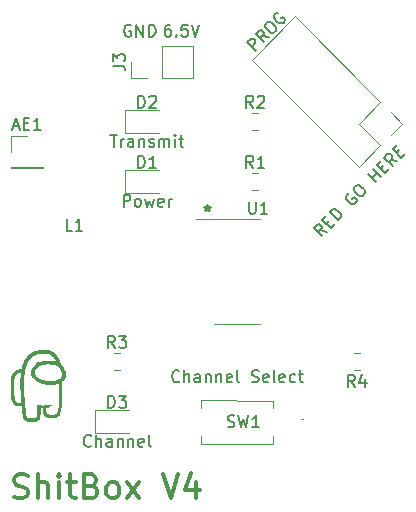
<source format=gbr>
%TF.GenerationSoftware,KiCad,Pcbnew,6.0.9-8da3e8f707~117~ubuntu22.04.1*%
%TF.CreationDate,2022-11-29T09:47:06-05:00*%
%TF.ProjectId,RFTransmitterV3,52465472-616e-4736-9d69-747465725633,rev?*%
%TF.SameCoordinates,Original*%
%TF.FileFunction,Legend,Top*%
%TF.FilePolarity,Positive*%
%FSLAX46Y46*%
G04 Gerber Fmt 4.6, Leading zero omitted, Abs format (unit mm)*
G04 Created by KiCad (PCBNEW 6.0.9-8da3e8f707~117~ubuntu22.04.1) date 2022-11-29 09:47:06*
%MOMM*%
%LPD*%
G01*
G04 APERTURE LIST*
%ADD10C,0.300000*%
%ADD11C,0.150000*%
%ADD12C,0.250000*%
%ADD13C,0.120000*%
%ADD14C,0.100000*%
G04 APERTURE END LIST*
D10*
X120836861Y-105416732D02*
X121122575Y-105511970D01*
X121598765Y-105511970D01*
X121789242Y-105416732D01*
X121884480Y-105321494D01*
X121979718Y-105131018D01*
X121979718Y-104940542D01*
X121884480Y-104750066D01*
X121789242Y-104654828D01*
X121598765Y-104559589D01*
X121217813Y-104464351D01*
X121027337Y-104369113D01*
X120932099Y-104273875D01*
X120836861Y-104083399D01*
X120836861Y-103892923D01*
X120932099Y-103702447D01*
X121027337Y-103607209D01*
X121217813Y-103511970D01*
X121694004Y-103511970D01*
X121979718Y-103607209D01*
X122836861Y-105511970D02*
X122836861Y-103511970D01*
X123694004Y-105511970D02*
X123694004Y-104464351D01*
X123598765Y-104273875D01*
X123408289Y-104178637D01*
X123122575Y-104178637D01*
X122932099Y-104273875D01*
X122836861Y-104369113D01*
X124646385Y-105511970D02*
X124646385Y-104178637D01*
X124646385Y-103511970D02*
X124551146Y-103607209D01*
X124646385Y-103702447D01*
X124741623Y-103607209D01*
X124646385Y-103511970D01*
X124646385Y-103702447D01*
X125313051Y-104178637D02*
X126074956Y-104178637D01*
X125598765Y-103511970D02*
X125598765Y-105226256D01*
X125694004Y-105416732D01*
X125884480Y-105511970D01*
X126074956Y-105511970D01*
X127408289Y-104464351D02*
X127694004Y-104559589D01*
X127789242Y-104654828D01*
X127884480Y-104845304D01*
X127884480Y-105131018D01*
X127789242Y-105321494D01*
X127694004Y-105416732D01*
X127503527Y-105511970D01*
X126741623Y-105511970D01*
X126741623Y-103511970D01*
X127408289Y-103511970D01*
X127598765Y-103607209D01*
X127694004Y-103702447D01*
X127789242Y-103892923D01*
X127789242Y-104083399D01*
X127694004Y-104273875D01*
X127598765Y-104369113D01*
X127408289Y-104464351D01*
X126741623Y-104464351D01*
X129027337Y-105511970D02*
X128836861Y-105416732D01*
X128741623Y-105321494D01*
X128646385Y-105131018D01*
X128646385Y-104559589D01*
X128741623Y-104369113D01*
X128836861Y-104273875D01*
X129027337Y-104178637D01*
X129313051Y-104178637D01*
X129503527Y-104273875D01*
X129598765Y-104369113D01*
X129694004Y-104559589D01*
X129694004Y-105131018D01*
X129598765Y-105321494D01*
X129503527Y-105416732D01*
X129313051Y-105511970D01*
X129027337Y-105511970D01*
X130360670Y-105511970D02*
X131408289Y-104178637D01*
X130360670Y-104178637D02*
X131408289Y-105511970D01*
X133408289Y-103511970D02*
X134074956Y-105511970D01*
X134741623Y-103511970D01*
X136265432Y-104178637D02*
X136265432Y-105511970D01*
X135789242Y-103416732D02*
X135313051Y-104845304D01*
X136551146Y-104845304D01*
D11*
X134819047Y-95607142D02*
X134771428Y-95654761D01*
X134628571Y-95702380D01*
X134533333Y-95702380D01*
X134390476Y-95654761D01*
X134295238Y-95559523D01*
X134247619Y-95464285D01*
X134200000Y-95273809D01*
X134200000Y-95130952D01*
X134247619Y-94940476D01*
X134295238Y-94845238D01*
X134390476Y-94750000D01*
X134533333Y-94702380D01*
X134628571Y-94702380D01*
X134771428Y-94750000D01*
X134819047Y-94797619D01*
X135247619Y-95702380D02*
X135247619Y-94702380D01*
X135676190Y-95702380D02*
X135676190Y-95178571D01*
X135628571Y-95083333D01*
X135533333Y-95035714D01*
X135390476Y-95035714D01*
X135295238Y-95083333D01*
X135247619Y-95130952D01*
X136580952Y-95702380D02*
X136580952Y-95178571D01*
X136533333Y-95083333D01*
X136438095Y-95035714D01*
X136247619Y-95035714D01*
X136152380Y-95083333D01*
X136580952Y-95654761D02*
X136485714Y-95702380D01*
X136247619Y-95702380D01*
X136152380Y-95654761D01*
X136104761Y-95559523D01*
X136104761Y-95464285D01*
X136152380Y-95369047D01*
X136247619Y-95321428D01*
X136485714Y-95321428D01*
X136580952Y-95273809D01*
X137057142Y-95035714D02*
X137057142Y-95702380D01*
X137057142Y-95130952D02*
X137104761Y-95083333D01*
X137200000Y-95035714D01*
X137342857Y-95035714D01*
X137438095Y-95083333D01*
X137485714Y-95178571D01*
X137485714Y-95702380D01*
X137961904Y-95035714D02*
X137961904Y-95702380D01*
X137961904Y-95130952D02*
X138009523Y-95083333D01*
X138104761Y-95035714D01*
X138247619Y-95035714D01*
X138342857Y-95083333D01*
X138390476Y-95178571D01*
X138390476Y-95702380D01*
X139247619Y-95654761D02*
X139152380Y-95702380D01*
X138961904Y-95702380D01*
X138866666Y-95654761D01*
X138819047Y-95559523D01*
X138819047Y-95178571D01*
X138866666Y-95083333D01*
X138961904Y-95035714D01*
X139152380Y-95035714D01*
X139247619Y-95083333D01*
X139295238Y-95178571D01*
X139295238Y-95273809D01*
X138819047Y-95369047D01*
X139866666Y-95702380D02*
X139771428Y-95654761D01*
X139723809Y-95559523D01*
X139723809Y-94702380D01*
X140961904Y-95654761D02*
X141104761Y-95702380D01*
X141342857Y-95702380D01*
X141438095Y-95654761D01*
X141485714Y-95607142D01*
X141533333Y-95511904D01*
X141533333Y-95416666D01*
X141485714Y-95321428D01*
X141438095Y-95273809D01*
X141342857Y-95226190D01*
X141152380Y-95178571D01*
X141057142Y-95130952D01*
X141009523Y-95083333D01*
X140961904Y-94988095D01*
X140961904Y-94892857D01*
X141009523Y-94797619D01*
X141057142Y-94750000D01*
X141152380Y-94702380D01*
X141390476Y-94702380D01*
X141533333Y-94750000D01*
X142342857Y-95654761D02*
X142247619Y-95702380D01*
X142057142Y-95702380D01*
X141961904Y-95654761D01*
X141914285Y-95559523D01*
X141914285Y-95178571D01*
X141961904Y-95083333D01*
X142057142Y-95035714D01*
X142247619Y-95035714D01*
X142342857Y-95083333D01*
X142390476Y-95178571D01*
X142390476Y-95273809D01*
X141914285Y-95369047D01*
X142961904Y-95702380D02*
X142866666Y-95654761D01*
X142819047Y-95559523D01*
X142819047Y-94702380D01*
X143723809Y-95654761D02*
X143628571Y-95702380D01*
X143438095Y-95702380D01*
X143342857Y-95654761D01*
X143295238Y-95559523D01*
X143295238Y-95178571D01*
X143342857Y-95083333D01*
X143438095Y-95035714D01*
X143628571Y-95035714D01*
X143723809Y-95083333D01*
X143771428Y-95178571D01*
X143771428Y-95273809D01*
X143295238Y-95369047D01*
X144628571Y-95654761D02*
X144533333Y-95702380D01*
X144342857Y-95702380D01*
X144247619Y-95654761D01*
X144200000Y-95607142D01*
X144152380Y-95511904D01*
X144152380Y-95226190D01*
X144200000Y-95130952D01*
X144247619Y-95083333D01*
X144342857Y-95035714D01*
X144533333Y-95035714D01*
X144628571Y-95083333D01*
X144914285Y-95035714D02*
X145295238Y-95035714D01*
X145057142Y-94702380D02*
X145057142Y-95559523D01*
X145104761Y-95654761D01*
X145200000Y-95702380D01*
X145295238Y-95702380D01*
X134047619Y-65439896D02*
X133857142Y-65439896D01*
X133761904Y-65487516D01*
X133714285Y-65535135D01*
X133619047Y-65677992D01*
X133571428Y-65868468D01*
X133571428Y-66249420D01*
X133619047Y-66344658D01*
X133666666Y-66392277D01*
X133761904Y-66439896D01*
X133952380Y-66439896D01*
X134047619Y-66392277D01*
X134095238Y-66344658D01*
X134142857Y-66249420D01*
X134142857Y-66011325D01*
X134095238Y-65916087D01*
X134047619Y-65868468D01*
X133952380Y-65820849D01*
X133761904Y-65820849D01*
X133666666Y-65868468D01*
X133619047Y-65916087D01*
X133571428Y-66011325D01*
X134571428Y-66344658D02*
X134619047Y-66392277D01*
X134571428Y-66439896D01*
X134523809Y-66392277D01*
X134571428Y-66344658D01*
X134571428Y-66439896D01*
X135523809Y-65439896D02*
X135047619Y-65439896D01*
X135000000Y-65916087D01*
X135047619Y-65868468D01*
X135142857Y-65820849D01*
X135380952Y-65820849D01*
X135476190Y-65868468D01*
X135523809Y-65916087D01*
X135571428Y-66011325D01*
X135571428Y-66249420D01*
X135523809Y-66344658D01*
X135476190Y-66392277D01*
X135380952Y-66439896D01*
X135142857Y-66439896D01*
X135047619Y-66392277D01*
X135000000Y-66344658D01*
X135857142Y-65439896D02*
X136190476Y-66439896D01*
X136523809Y-65439896D01*
D12*
X137160000Y-80732380D02*
X137160000Y-80970476D01*
X136921904Y-80875238D02*
X137160000Y-80970476D01*
X137398095Y-80875238D01*
X137017142Y-81160952D02*
X137160000Y-80970476D01*
X137302857Y-81160952D01*
D11*
X130718809Y-65487516D02*
X130623571Y-65439896D01*
X130480714Y-65439896D01*
X130337856Y-65487516D01*
X130242618Y-65582754D01*
X130194999Y-65677992D01*
X130147380Y-65868468D01*
X130147380Y-66011325D01*
X130194999Y-66201801D01*
X130242618Y-66297039D01*
X130337856Y-66392277D01*
X130480714Y-66439896D01*
X130575952Y-66439896D01*
X130718809Y-66392277D01*
X130766428Y-66344658D01*
X130766428Y-66011325D01*
X130575952Y-66011325D01*
X131194999Y-66439896D02*
X131194999Y-65439896D01*
X131766428Y-66439896D01*
X131766428Y-65439896D01*
X132242618Y-66439896D02*
X132242618Y-65439896D01*
X132480714Y-65439896D01*
X132623571Y-65487516D01*
X132718809Y-65582754D01*
X132766428Y-65677992D01*
X132814047Y-65868468D01*
X132814047Y-66011325D01*
X132766428Y-66201801D01*
X132718809Y-66297039D01*
X132623571Y-66392277D01*
X132480714Y-66439896D01*
X132242618Y-66439896D01*
X147325501Y-82947543D02*
X146753081Y-82846528D01*
X146921440Y-83351604D02*
X146214333Y-82644498D01*
X146483707Y-82375124D01*
X146584722Y-82341452D01*
X146652066Y-82341452D01*
X146753081Y-82375124D01*
X146854096Y-82476139D01*
X146887768Y-82577154D01*
X146887768Y-82644498D01*
X146854096Y-82745513D01*
X146584722Y-83014887D01*
X147258157Y-82274108D02*
X147493860Y-82038406D01*
X147965264Y-82307780D02*
X147628547Y-82644498D01*
X146921440Y-81937391D01*
X147258157Y-81600673D01*
X148268310Y-82004734D02*
X147561203Y-81297628D01*
X147729562Y-81129269D01*
X147864249Y-81061925D01*
X147998936Y-81061925D01*
X148099951Y-81095597D01*
X148268310Y-81196612D01*
X148369325Y-81297628D01*
X148470340Y-81465986D01*
X148504012Y-81567002D01*
X148504012Y-81701689D01*
X148436669Y-81836376D01*
X148268310Y-82004734D01*
X149211119Y-79715055D02*
X149110104Y-79748727D01*
X149009088Y-79849742D01*
X148941745Y-79984429D01*
X148941745Y-80119116D01*
X148975417Y-80220132D01*
X149076432Y-80388490D01*
X149177447Y-80489506D01*
X149345806Y-80590521D01*
X149446821Y-80624193D01*
X149581508Y-80624193D01*
X149716195Y-80556849D01*
X149783539Y-80489506D01*
X149850882Y-80354819D01*
X149850882Y-80287475D01*
X149615180Y-80051773D01*
X149480493Y-80186460D01*
X149648852Y-79209979D02*
X149783539Y-79075292D01*
X149884554Y-79041620D01*
X150019241Y-79041620D01*
X150187600Y-79142635D01*
X150423302Y-79378338D01*
X150524317Y-79546696D01*
X150524317Y-79681384D01*
X150490646Y-79782399D01*
X150355959Y-79917086D01*
X150254943Y-79950758D01*
X150120256Y-79950758D01*
X149951897Y-79849742D01*
X149716195Y-79614040D01*
X149615180Y-79445681D01*
X149615180Y-79310994D01*
X149648852Y-79209979D01*
X151500798Y-78772246D02*
X150793691Y-78065139D01*
X151130409Y-78401857D02*
X151534470Y-77997796D01*
X151904859Y-78368185D02*
X151197752Y-77661078D01*
X151871187Y-77661078D02*
X152106890Y-77425376D01*
X152578294Y-77694750D02*
X152241577Y-78031468D01*
X151534470Y-77324361D01*
X151871187Y-76987643D01*
X153285401Y-76987643D02*
X152712981Y-76886628D01*
X152881340Y-77391704D02*
X152174233Y-76684598D01*
X152443607Y-76415224D01*
X152544622Y-76381552D01*
X152611966Y-76381552D01*
X152712981Y-76415224D01*
X152813996Y-76516239D01*
X152847668Y-76617254D01*
X152847668Y-76684598D01*
X152813996Y-76785613D01*
X152544622Y-77054987D01*
X153218057Y-76314208D02*
X153453760Y-76078506D01*
X153925164Y-76347880D02*
X153588447Y-76684598D01*
X152881340Y-75977491D01*
X153218057Y-75640773D01*
%TO.C,R3*%
X129373333Y-92782380D02*
X129040000Y-92306190D01*
X128801904Y-92782380D02*
X128801904Y-91782380D01*
X129182857Y-91782380D01*
X129278095Y-91830000D01*
X129325714Y-91877619D01*
X129373333Y-91972857D01*
X129373333Y-92115714D01*
X129325714Y-92210952D01*
X129278095Y-92258571D01*
X129182857Y-92306190D01*
X128801904Y-92306190D01*
X129706666Y-91782380D02*
X130325714Y-91782380D01*
X129992380Y-92163333D01*
X130135238Y-92163333D01*
X130230476Y-92210952D01*
X130278095Y-92258571D01*
X130325714Y-92353809D01*
X130325714Y-92591904D01*
X130278095Y-92687142D01*
X130230476Y-92734761D01*
X130135238Y-92782380D01*
X129849523Y-92782380D01*
X129754285Y-92734761D01*
X129706666Y-92687142D01*
%TO.C,L1*%
X125752606Y-82871325D02*
X125276415Y-82871325D01*
X125276415Y-81871325D01*
X126609749Y-82871325D02*
X126038320Y-82871325D01*
X126324034Y-82871325D02*
X126324034Y-81871325D01*
X126228796Y-82014183D01*
X126133558Y-82109421D01*
X126038320Y-82157040D01*
%TO.C,R4*%
X149693333Y-96082380D02*
X149360000Y-95606190D01*
X149121904Y-96082380D02*
X149121904Y-95082380D01*
X149502857Y-95082380D01*
X149598095Y-95130000D01*
X149645714Y-95177619D01*
X149693333Y-95272857D01*
X149693333Y-95415714D01*
X149645714Y-95510952D01*
X149598095Y-95558571D01*
X149502857Y-95606190D01*
X149121904Y-95606190D01*
X150550476Y-95415714D02*
X150550476Y-96082380D01*
X150312380Y-95034761D02*
X150074285Y-95749047D01*
X150693333Y-95749047D01*
%TO.C,PROG*%
X141297189Y-67622572D02*
X140590083Y-66915465D01*
X140859457Y-66646091D01*
X140960472Y-66612419D01*
X141027815Y-66612419D01*
X141128831Y-66646091D01*
X141229846Y-66747106D01*
X141263518Y-66848122D01*
X141263518Y-66915465D01*
X141229846Y-67016480D01*
X140960472Y-67285854D01*
X142408357Y-66511404D02*
X141835937Y-66410389D01*
X142004296Y-66915465D02*
X141297189Y-66208358D01*
X141566563Y-65938984D01*
X141667579Y-65905312D01*
X141734922Y-65905312D01*
X141835937Y-65938984D01*
X141936953Y-66039999D01*
X141970624Y-66141015D01*
X141970624Y-66208358D01*
X141936953Y-66309374D01*
X141667579Y-66578748D01*
X142138983Y-65366564D02*
X142273670Y-65231877D01*
X142374686Y-65198206D01*
X142509373Y-65198206D01*
X142677731Y-65299221D01*
X142913434Y-65534923D01*
X143014449Y-65703282D01*
X143014449Y-65837969D01*
X142980777Y-65938984D01*
X142846090Y-66073671D01*
X142745075Y-66107343D01*
X142610388Y-66107343D01*
X142442029Y-66006328D01*
X142206327Y-65770625D01*
X142105311Y-65602267D01*
X142105311Y-65467580D01*
X142138983Y-65366564D01*
X143149136Y-64423755D02*
X143048121Y-64457427D01*
X142947105Y-64558442D01*
X142879762Y-64693129D01*
X142879762Y-64827816D01*
X142913434Y-64928832D01*
X143014449Y-65097190D01*
X143115464Y-65198206D01*
X143283823Y-65299221D01*
X143384838Y-65332893D01*
X143519525Y-65332893D01*
X143654212Y-65265549D01*
X143721556Y-65198206D01*
X143788899Y-65063519D01*
X143788899Y-64996175D01*
X143553197Y-64760473D01*
X143418510Y-64895160D01*
%TO.C,R1*%
X141073333Y-77542380D02*
X140740000Y-77066190D01*
X140501904Y-77542380D02*
X140501904Y-76542380D01*
X140882857Y-76542380D01*
X140978095Y-76590000D01*
X141025714Y-76637619D01*
X141073333Y-76732857D01*
X141073333Y-76875714D01*
X141025714Y-76970952D01*
X140978095Y-77018571D01*
X140882857Y-77066190D01*
X140501904Y-77066190D01*
X142025714Y-77542380D02*
X141454285Y-77542380D01*
X141740000Y-77542380D02*
X141740000Y-76542380D01*
X141644761Y-76685238D01*
X141549523Y-76780476D01*
X141454285Y-76828095D01*
%TO.C,SW1*%
X138916666Y-99464761D02*
X139059523Y-99512380D01*
X139297619Y-99512380D01*
X139392857Y-99464761D01*
X139440476Y-99417142D01*
X139488095Y-99321904D01*
X139488095Y-99226666D01*
X139440476Y-99131428D01*
X139392857Y-99083809D01*
X139297619Y-99036190D01*
X139107142Y-98988571D01*
X139011904Y-98940952D01*
X138964285Y-98893333D01*
X138916666Y-98798095D01*
X138916666Y-98702857D01*
X138964285Y-98607619D01*
X139011904Y-98560000D01*
X139107142Y-98512380D01*
X139345238Y-98512380D01*
X139488095Y-98560000D01*
X139821428Y-98512380D02*
X140059523Y-99512380D01*
X140250000Y-98798095D01*
X140440476Y-99512380D01*
X140678571Y-98512380D01*
X141583333Y-99512380D02*
X141011904Y-99512380D01*
X141297619Y-99512380D02*
X141297619Y-98512380D01*
X141202380Y-98655238D01*
X141107142Y-98750476D01*
X141011904Y-98798095D01*
%TO.C,D2*%
X131341904Y-72462380D02*
X131341904Y-71462380D01*
X131580000Y-71462380D01*
X131722857Y-71510000D01*
X131818095Y-71605238D01*
X131865714Y-71700476D01*
X131913333Y-71890952D01*
X131913333Y-72033809D01*
X131865714Y-72224285D01*
X131818095Y-72319523D01*
X131722857Y-72414761D01*
X131580000Y-72462380D01*
X131341904Y-72462380D01*
X132294285Y-71557619D02*
X132341904Y-71510000D01*
X132437142Y-71462380D01*
X132675238Y-71462380D01*
X132770476Y-71510000D01*
X132818095Y-71557619D01*
X132865714Y-71652857D01*
X132865714Y-71748095D01*
X132818095Y-71890952D01*
X132246666Y-72462380D01*
X132865714Y-72462380D01*
X128984761Y-74762380D02*
X129556190Y-74762380D01*
X129270476Y-75762380D02*
X129270476Y-74762380D01*
X129889523Y-75762380D02*
X129889523Y-75095714D01*
X129889523Y-75286190D02*
X129937142Y-75190952D01*
X129984761Y-75143333D01*
X130080000Y-75095714D01*
X130175238Y-75095714D01*
X130937142Y-75762380D02*
X130937142Y-75238571D01*
X130889523Y-75143333D01*
X130794285Y-75095714D01*
X130603809Y-75095714D01*
X130508571Y-75143333D01*
X130937142Y-75714761D02*
X130841904Y-75762380D01*
X130603809Y-75762380D01*
X130508571Y-75714761D01*
X130460952Y-75619523D01*
X130460952Y-75524285D01*
X130508571Y-75429047D01*
X130603809Y-75381428D01*
X130841904Y-75381428D01*
X130937142Y-75333809D01*
X131413333Y-75095714D02*
X131413333Y-75762380D01*
X131413333Y-75190952D02*
X131460952Y-75143333D01*
X131556190Y-75095714D01*
X131699047Y-75095714D01*
X131794285Y-75143333D01*
X131841904Y-75238571D01*
X131841904Y-75762380D01*
X132270476Y-75714761D02*
X132365714Y-75762380D01*
X132556190Y-75762380D01*
X132651428Y-75714761D01*
X132699047Y-75619523D01*
X132699047Y-75571904D01*
X132651428Y-75476666D01*
X132556190Y-75429047D01*
X132413333Y-75429047D01*
X132318095Y-75381428D01*
X132270476Y-75286190D01*
X132270476Y-75238571D01*
X132318095Y-75143333D01*
X132413333Y-75095714D01*
X132556190Y-75095714D01*
X132651428Y-75143333D01*
X133127619Y-75762380D02*
X133127619Y-75095714D01*
X133127619Y-75190952D02*
X133175238Y-75143333D01*
X133270476Y-75095714D01*
X133413333Y-75095714D01*
X133508571Y-75143333D01*
X133556190Y-75238571D01*
X133556190Y-75762380D01*
X133556190Y-75238571D02*
X133603809Y-75143333D01*
X133699047Y-75095714D01*
X133841904Y-75095714D01*
X133937142Y-75143333D01*
X133984761Y-75238571D01*
X133984761Y-75762380D01*
X134460952Y-75762380D02*
X134460952Y-75095714D01*
X134460952Y-74762380D02*
X134413333Y-74810000D01*
X134460952Y-74857619D01*
X134508571Y-74810000D01*
X134460952Y-74762380D01*
X134460952Y-74857619D01*
X134794285Y-75095714D02*
X135175238Y-75095714D01*
X134937142Y-74762380D02*
X134937142Y-75619523D01*
X134984761Y-75714761D01*
X135080000Y-75762380D01*
X135175238Y-75762380D01*
%TO.C,J3*%
X129202380Y-68913333D02*
X129916666Y-68913333D01*
X130059523Y-68960952D01*
X130154761Y-69056190D01*
X130202380Y-69199047D01*
X130202380Y-69294285D01*
X129202380Y-68532380D02*
X129202380Y-67913333D01*
X129583333Y-68246666D01*
X129583333Y-68103809D01*
X129630952Y-68008571D01*
X129678571Y-67960952D01*
X129773809Y-67913333D01*
X130011904Y-67913333D01*
X130107142Y-67960952D01*
X130154761Y-68008571D01*
X130202380Y-68103809D01*
X130202380Y-68389523D01*
X130154761Y-68484761D01*
X130107142Y-68532380D01*
%TO.C,U1*%
X140715976Y-80433444D02*
X140715976Y-81242968D01*
X140763595Y-81338206D01*
X140811214Y-81385825D01*
X140906452Y-81433444D01*
X141096928Y-81433444D01*
X141192166Y-81385825D01*
X141239785Y-81338206D01*
X141287404Y-81242968D01*
X141287404Y-80433444D01*
X142287404Y-81433444D02*
X141715976Y-81433444D01*
X142001690Y-81433444D02*
X142001690Y-80433444D01*
X141906452Y-80576302D01*
X141811214Y-80671540D01*
X141715976Y-80719159D01*
%TO.C,D3*%
X128801904Y-97862380D02*
X128801904Y-96862380D01*
X129040000Y-96862380D01*
X129182857Y-96910000D01*
X129278095Y-97005238D01*
X129325714Y-97100476D01*
X129373333Y-97290952D01*
X129373333Y-97433809D01*
X129325714Y-97624285D01*
X129278095Y-97719523D01*
X129182857Y-97814761D01*
X129040000Y-97862380D01*
X128801904Y-97862380D01*
X129706666Y-96862380D02*
X130325714Y-96862380D01*
X129992380Y-97243333D01*
X130135238Y-97243333D01*
X130230476Y-97290952D01*
X130278095Y-97338571D01*
X130325714Y-97433809D01*
X130325714Y-97671904D01*
X130278095Y-97767142D01*
X130230476Y-97814761D01*
X130135238Y-97862380D01*
X129849523Y-97862380D01*
X129754285Y-97814761D01*
X129706666Y-97767142D01*
X127349523Y-101067142D02*
X127301904Y-101114761D01*
X127159047Y-101162380D01*
X127063809Y-101162380D01*
X126920952Y-101114761D01*
X126825714Y-101019523D01*
X126778095Y-100924285D01*
X126730476Y-100733809D01*
X126730476Y-100590952D01*
X126778095Y-100400476D01*
X126825714Y-100305238D01*
X126920952Y-100210000D01*
X127063809Y-100162380D01*
X127159047Y-100162380D01*
X127301904Y-100210000D01*
X127349523Y-100257619D01*
X127778095Y-101162380D02*
X127778095Y-100162380D01*
X128206666Y-101162380D02*
X128206666Y-100638571D01*
X128159047Y-100543333D01*
X128063809Y-100495714D01*
X127920952Y-100495714D01*
X127825714Y-100543333D01*
X127778095Y-100590952D01*
X129111428Y-101162380D02*
X129111428Y-100638571D01*
X129063809Y-100543333D01*
X128968571Y-100495714D01*
X128778095Y-100495714D01*
X128682857Y-100543333D01*
X129111428Y-101114761D02*
X129016190Y-101162380D01*
X128778095Y-101162380D01*
X128682857Y-101114761D01*
X128635238Y-101019523D01*
X128635238Y-100924285D01*
X128682857Y-100829047D01*
X128778095Y-100781428D01*
X129016190Y-100781428D01*
X129111428Y-100733809D01*
X129587619Y-100495714D02*
X129587619Y-101162380D01*
X129587619Y-100590952D02*
X129635238Y-100543333D01*
X129730476Y-100495714D01*
X129873333Y-100495714D01*
X129968571Y-100543333D01*
X130016190Y-100638571D01*
X130016190Y-101162380D01*
X130492380Y-100495714D02*
X130492380Y-101162380D01*
X130492380Y-100590952D02*
X130540000Y-100543333D01*
X130635238Y-100495714D01*
X130778095Y-100495714D01*
X130873333Y-100543333D01*
X130920952Y-100638571D01*
X130920952Y-101162380D01*
X131778095Y-101114761D02*
X131682857Y-101162380D01*
X131492380Y-101162380D01*
X131397142Y-101114761D01*
X131349523Y-101019523D01*
X131349523Y-100638571D01*
X131397142Y-100543333D01*
X131492380Y-100495714D01*
X131682857Y-100495714D01*
X131778095Y-100543333D01*
X131825714Y-100638571D01*
X131825714Y-100733809D01*
X131349523Y-100829047D01*
X132397142Y-101162380D02*
X132301904Y-101114761D01*
X132254285Y-101019523D01*
X132254285Y-100162380D01*
%TO.C,D1*%
X131341904Y-77542380D02*
X131341904Y-76542380D01*
X131580000Y-76542380D01*
X131722857Y-76590000D01*
X131818095Y-76685238D01*
X131865714Y-76780476D01*
X131913333Y-76970952D01*
X131913333Y-77113809D01*
X131865714Y-77304285D01*
X131818095Y-77399523D01*
X131722857Y-77494761D01*
X131580000Y-77542380D01*
X131341904Y-77542380D01*
X132865714Y-77542380D02*
X132294285Y-77542380D01*
X132580000Y-77542380D02*
X132580000Y-76542380D01*
X132484761Y-76685238D01*
X132389523Y-76780476D01*
X132294285Y-76828095D01*
X130103809Y-80842380D02*
X130103809Y-79842380D01*
X130484761Y-79842380D01*
X130580000Y-79890000D01*
X130627619Y-79937619D01*
X130675238Y-80032857D01*
X130675238Y-80175714D01*
X130627619Y-80270952D01*
X130580000Y-80318571D01*
X130484761Y-80366190D01*
X130103809Y-80366190D01*
X131246666Y-80842380D02*
X131151428Y-80794761D01*
X131103809Y-80747142D01*
X131056190Y-80651904D01*
X131056190Y-80366190D01*
X131103809Y-80270952D01*
X131151428Y-80223333D01*
X131246666Y-80175714D01*
X131389523Y-80175714D01*
X131484761Y-80223333D01*
X131532380Y-80270952D01*
X131580000Y-80366190D01*
X131580000Y-80651904D01*
X131532380Y-80747142D01*
X131484761Y-80794761D01*
X131389523Y-80842380D01*
X131246666Y-80842380D01*
X131913333Y-80175714D02*
X132103809Y-80842380D01*
X132294285Y-80366190D01*
X132484761Y-80842380D01*
X132675238Y-80175714D01*
X133437142Y-80794761D02*
X133341904Y-80842380D01*
X133151428Y-80842380D01*
X133056190Y-80794761D01*
X133008571Y-80699523D01*
X133008571Y-80318571D01*
X133056190Y-80223333D01*
X133151428Y-80175714D01*
X133341904Y-80175714D01*
X133437142Y-80223333D01*
X133484761Y-80318571D01*
X133484761Y-80413809D01*
X133008571Y-80509047D01*
X133913333Y-80842380D02*
X133913333Y-80175714D01*
X133913333Y-80366190D02*
X133960952Y-80270952D01*
X134008571Y-80223333D01*
X134103809Y-80175714D01*
X134199047Y-80175714D01*
%TO.C,AE1*%
X120753333Y-74036666D02*
X121229523Y-74036666D01*
X120658095Y-74322380D02*
X120991428Y-73322380D01*
X121324761Y-74322380D01*
X121658095Y-73798571D02*
X121991428Y-73798571D01*
X122134285Y-74322380D02*
X121658095Y-74322380D01*
X121658095Y-73322380D01*
X122134285Y-73322380D01*
X123086666Y-74322380D02*
X122515238Y-74322380D01*
X122800952Y-74322380D02*
X122800952Y-73322380D01*
X122705714Y-73465238D01*
X122610476Y-73560476D01*
X122515238Y-73608095D01*
%TO.C,R2*%
X141073333Y-72462380D02*
X140740000Y-71986190D01*
X140501904Y-72462380D02*
X140501904Y-71462380D01*
X140882857Y-71462380D01*
X140978095Y-71510000D01*
X141025714Y-71557619D01*
X141073333Y-71652857D01*
X141073333Y-71795714D01*
X141025714Y-71890952D01*
X140978095Y-71938571D01*
X140882857Y-71986190D01*
X140501904Y-71986190D01*
X141454285Y-71557619D02*
X141501904Y-71510000D01*
X141597142Y-71462380D01*
X141835238Y-71462380D01*
X141930476Y-71510000D01*
X141978095Y-71557619D01*
X142025714Y-71652857D01*
X142025714Y-71748095D01*
X141978095Y-71890952D01*
X141406666Y-72462380D01*
X142025714Y-72462380D01*
D13*
%TO.C,R3*%
X129312936Y-94715000D02*
X129767064Y-94715000D01*
X129312936Y-93245000D02*
X129767064Y-93245000D01*
%TO.C,R4*%
X150087064Y-93245000D02*
X149632936Y-93245000D01*
X150087064Y-94715000D02*
X149632936Y-94715000D01*
%TO.C,PROG*%
X144625924Y-64741897D02*
X140948969Y-68418852D01*
X152750581Y-72866554D02*
X153691033Y-73807006D01*
X150014078Y-77483961D02*
X140948969Y-68418852D01*
X151852555Y-71968528D02*
X150014078Y-73807006D01*
X150014078Y-73807006D02*
X151852555Y-75645484D01*
X151852555Y-71968528D02*
X144625924Y-64741897D01*
X153691033Y-73807006D02*
X152750581Y-74747458D01*
X151852555Y-75645484D02*
X150014078Y-77483961D01*
%TO.C,R1*%
X141012936Y-78005000D02*
X141467064Y-78005000D01*
X141012936Y-79475000D02*
X141467064Y-79475000D01*
D14*
%TO.C,SW1*%
X145200000Y-98860000D02*
X145200000Y-98860000D01*
X142750000Y-97860000D02*
X142750000Y-97260000D01*
X142750000Y-100910000D02*
X136650000Y-100910000D01*
X136650000Y-100910000D02*
X136650000Y-100260000D01*
X142750000Y-100260000D02*
X142750000Y-100910000D01*
X136650000Y-97860000D02*
X136650000Y-97860000D01*
X142750000Y-97260000D02*
X136650000Y-97210000D01*
X136650000Y-97210000D02*
X136650000Y-97860000D01*
X145300000Y-98860000D02*
X145300000Y-98860000D01*
X145300000Y-98860000D02*
G75*
G03*
X145200000Y-98860000I-50000J0D01*
G01*
X145200000Y-98860000D02*
G75*
G03*
X145300000Y-98860000I50000J0D01*
G01*
D13*
%TO.C,D2*%
X130220000Y-74620000D02*
X133080000Y-74620000D01*
X133080000Y-72700000D02*
X130220000Y-72700000D01*
X130220000Y-72700000D02*
X130220000Y-74620000D01*
%TO.C,J3*%
X130750000Y-69910000D02*
X130750000Y-68580000D01*
X132080000Y-69910000D02*
X130750000Y-69910000D01*
X135950000Y-69910000D02*
X135950000Y-67250000D01*
X133350000Y-69910000D02*
X135950000Y-69910000D01*
X133350000Y-67250000D02*
X135950000Y-67250000D01*
X133350000Y-69910000D02*
X133350000Y-67250000D01*
%TO.C,U1*%
X139700000Y-90795000D02*
X137750000Y-90795000D01*
X139700000Y-90795000D02*
X141650000Y-90795000D01*
X139700000Y-81925000D02*
X141650000Y-81925000D01*
X139700000Y-81925000D02*
X136250000Y-81925000D01*
%TO.C,D3*%
X127680000Y-100020000D02*
X130540000Y-100020000D01*
X127680000Y-98100000D02*
X127680000Y-100020000D01*
X130540000Y-98100000D02*
X127680000Y-98100000D01*
%TO.C,D1*%
X130220000Y-79700000D02*
X133080000Y-79700000D01*
X130220000Y-77780000D02*
X130220000Y-79700000D01*
X133080000Y-77780000D02*
X130220000Y-77780000D01*
%TO.C,AE1*%
X120590000Y-77530000D02*
X123250000Y-77530000D01*
X120590000Y-76200000D02*
X120590000Y-74870000D01*
X123250000Y-77470000D02*
X123250000Y-77530000D01*
X120590000Y-74870000D02*
X121920000Y-74870000D01*
X120590000Y-77470000D02*
X123250000Y-77470000D01*
X120590000Y-77470000D02*
X120590000Y-77530000D01*
%TO.C,G0*%
G36*
X120539344Y-95741662D02*
G01*
X120541219Y-95647270D01*
X120543871Y-95567749D01*
X120547301Y-95506480D01*
X120550903Y-95470785D01*
X120568236Y-95365920D01*
X120588998Y-95264219D01*
X120611921Y-95170756D01*
X120635736Y-95090606D01*
X120659175Y-95028844D01*
X120663821Y-95018908D01*
X120715250Y-94935777D01*
X120785355Y-94854091D01*
X120868471Y-94778681D01*
X120958932Y-94714376D01*
X121051071Y-94666008D01*
X121098100Y-94648655D01*
X121164245Y-94631514D01*
X121241781Y-94616418D01*
X121320479Y-94605002D01*
X121390112Y-94598899D01*
X121413063Y-94598313D01*
X121445151Y-94596081D01*
X121461157Y-94586034D01*
X121469096Y-94564520D01*
X121523871Y-94350523D01*
X121581458Y-94159789D01*
X121642308Y-93991113D01*
X121706876Y-93843295D01*
X121775616Y-93715132D01*
X121810615Y-93659659D01*
X121903207Y-93540740D01*
X122017026Y-93428208D01*
X122149160Y-93323826D01*
X122296698Y-93229358D01*
X122456730Y-93146567D01*
X122626343Y-93077216D01*
X122802627Y-93023070D01*
X122897634Y-93001167D01*
X123053306Y-92976513D01*
X123218392Y-92963097D01*
X123385391Y-92960976D01*
X123546800Y-92970206D01*
X123695116Y-92990846D01*
X123716009Y-92994979D01*
X123819576Y-93021077D01*
X123929333Y-93056796D01*
X124034265Y-93098257D01*
X124106542Y-93132537D01*
X124206101Y-93189755D01*
X124293969Y-93252353D01*
X124372004Y-93322895D01*
X124442063Y-93403944D01*
X124506005Y-93498063D01*
X124565687Y-93607817D01*
X124622968Y-93735767D01*
X124679705Y-93884478D01*
X124705653Y-93959148D01*
X124727308Y-94022107D01*
X124744852Y-94068041D01*
X124761956Y-94103240D01*
X124782289Y-94133990D01*
X124809520Y-94166581D01*
X124847319Y-94207301D01*
X124855534Y-94215985D01*
X124928954Y-94296337D01*
X124987074Y-94366979D01*
X125033884Y-94433434D01*
X125073370Y-94501226D01*
X125099404Y-94553747D01*
X125150827Y-94677439D01*
X125191195Y-94802823D01*
X125218987Y-94923991D01*
X125232682Y-95035034D01*
X125233869Y-95076095D01*
X125225961Y-95162918D01*
X125204913Y-95255819D01*
X125173845Y-95342443D01*
X125158787Y-95373554D01*
X125123785Y-95429171D01*
X125076901Y-95489911D01*
X125023901Y-95549372D01*
X124970550Y-95601151D01*
X124922612Y-95638844D01*
X124916353Y-95642822D01*
X124886759Y-95663411D01*
X124868525Y-95680908D01*
X124865763Y-95686764D01*
X124867242Y-95703826D01*
X124871499Y-95739483D01*
X124877821Y-95788003D01*
X124883308Y-95828080D01*
X124896695Y-95936797D01*
X124907380Y-96053063D01*
X124915465Y-96179589D01*
X124921051Y-96319089D01*
X124924240Y-96474273D01*
X124925133Y-96647855D01*
X124923833Y-96842546D01*
X124923188Y-96893996D01*
X124921005Y-97039170D01*
X124918557Y-97163417D01*
X124915614Y-97270389D01*
X124911945Y-97363737D01*
X124907319Y-97447110D01*
X124901506Y-97524160D01*
X124894276Y-97598537D01*
X124885398Y-97673892D01*
X124874642Y-97753875D01*
X124864477Y-97824002D01*
X124834408Y-97999497D01*
X124799073Y-98156804D01*
X124758949Y-98294190D01*
X124714513Y-98409919D01*
X124689292Y-98462040D01*
X124637510Y-98534593D01*
X124564675Y-98598191D01*
X124472941Y-98651966D01*
X124364465Y-98695052D01*
X124241399Y-98726584D01*
X124105898Y-98745694D01*
X123969290Y-98751558D01*
X123823984Y-98742973D01*
X123696608Y-98717692D01*
X123587009Y-98675664D01*
X123495037Y-98616841D01*
X123458180Y-98583701D01*
X123397676Y-98508393D01*
X123345783Y-98413924D01*
X123304150Y-98304704D01*
X123274429Y-98185143D01*
X123258269Y-98059650D01*
X123257500Y-98047597D01*
X123249515Y-97910020D01*
X123172713Y-97906362D01*
X123095911Y-97902703D01*
X123095911Y-98012907D01*
X123094267Y-98103986D01*
X123089681Y-98205168D01*
X123082667Y-98310149D01*
X123073744Y-98412626D01*
X123063426Y-98506295D01*
X123052232Y-98584853D01*
X123046448Y-98616590D01*
X123023257Y-98706659D01*
X122992052Y-98791438D01*
X122955348Y-98865504D01*
X122915663Y-98923434D01*
X122893362Y-98946553D01*
X122833782Y-98985051D01*
X122751457Y-99016203D01*
X122647160Y-99039804D01*
X122521664Y-99055649D01*
X122469206Y-99059554D01*
X122376082Y-99064898D01*
X122301663Y-99067974D01*
X122240180Y-99068765D01*
X122185864Y-99067254D01*
X122132946Y-99063422D01*
X122085252Y-99058386D01*
X121969948Y-99036116D01*
X121865575Y-98998309D01*
X121775787Y-98946703D01*
X121704233Y-98883037D01*
X121695523Y-98872828D01*
X121671563Y-98839427D01*
X121643827Y-98794691D01*
X121623093Y-98757271D01*
X121610607Y-98731365D01*
X121599715Y-98703621D01*
X121589966Y-98671381D01*
X121580914Y-98631989D01*
X121572108Y-98582791D01*
X121563101Y-98521128D01*
X121553443Y-98444346D01*
X121542688Y-98349788D01*
X121530384Y-98234798D01*
X121523195Y-98165744D01*
X121514783Y-98084802D01*
X121506578Y-98006523D01*
X121499158Y-97936365D01*
X121493100Y-97879784D01*
X121489002Y-97842435D01*
X121479994Y-97762560D01*
X121324067Y-97760163D01*
X121239554Y-97757688D01*
X121172939Y-97752246D01*
X121117588Y-97742404D01*
X121066871Y-97726728D01*
X121014153Y-97703785D01*
X120977475Y-97685240D01*
X120879215Y-97620596D01*
X120791232Y-97536408D01*
X120716701Y-97436661D01*
X120658797Y-97325340D01*
X120632740Y-97252594D01*
X120618335Y-97193715D01*
X120603784Y-97114941D01*
X120589691Y-97020944D01*
X120576657Y-96916393D01*
X120565286Y-96805961D01*
X120556180Y-96694318D01*
X120551919Y-96626228D01*
X120547693Y-96534644D01*
X120544220Y-96430870D01*
X120541502Y-96318289D01*
X120539542Y-96200283D01*
X120538344Y-96080235D01*
X120537909Y-95961527D01*
X120538032Y-95919309D01*
X120835279Y-95919309D01*
X120836392Y-96103908D01*
X120840073Y-96282652D01*
X120846158Y-96453244D01*
X120854481Y-96613386D01*
X120864877Y-96760779D01*
X120877181Y-96893127D01*
X120891228Y-97008132D01*
X120906853Y-97103495D01*
X120923889Y-97176919D01*
X120926283Y-97185008D01*
X120960542Y-97261119D01*
X121012791Y-97332414D01*
X121077433Y-97392956D01*
X121148875Y-97436809D01*
X121172786Y-97446535D01*
X121201126Y-97452331D01*
X121246410Y-97457026D01*
X121301005Y-97459942D01*
X121330019Y-97460526D01*
X121450387Y-97461496D01*
X121443586Y-97421559D01*
X121438987Y-97386183D01*
X121433405Y-97329683D01*
X121427070Y-97255484D01*
X121420211Y-97167009D01*
X121413057Y-97067680D01*
X121405838Y-96960922D01*
X121398784Y-96850159D01*
X121392124Y-96738812D01*
X121386087Y-96630307D01*
X121380903Y-96528066D01*
X121376801Y-96435513D01*
X121375842Y-96410843D01*
X121370907Y-96258824D01*
X121367314Y-96104728D01*
X121365061Y-95952108D01*
X121364571Y-95872917D01*
X121678521Y-95872917D01*
X121682921Y-96140115D01*
X121683163Y-96149530D01*
X121690021Y-96367939D01*
X121699266Y-96583625D01*
X121711161Y-96799797D01*
X121725967Y-97019665D01*
X121743945Y-97246439D01*
X121765356Y-97483329D01*
X121790461Y-97733544D01*
X121819523Y-98000295D01*
X121852802Y-98286791D01*
X121866286Y-98398846D01*
X121879257Y-98493576D01*
X121893615Y-98567078D01*
X121911283Y-98622697D01*
X121934183Y-98663775D01*
X121964240Y-98693656D01*
X122003376Y-98715683D01*
X122053514Y-98733200D01*
X122059604Y-98734944D01*
X122096823Y-98741189D01*
X122153126Y-98745386D01*
X122223118Y-98747629D01*
X122301399Y-98748010D01*
X122382571Y-98746625D01*
X122461238Y-98743565D01*
X122532001Y-98738926D01*
X122589463Y-98732801D01*
X122628225Y-98725284D01*
X122628954Y-98725065D01*
X122669295Y-98708272D01*
X122694588Y-98684036D01*
X122705223Y-98665479D01*
X122722596Y-98621606D01*
X122737036Y-98565666D01*
X122748784Y-98495505D01*
X122758083Y-98408969D01*
X122765178Y-98303902D01*
X122770311Y-98178152D01*
X122773122Y-98063625D01*
X122775211Y-97973504D01*
X122777845Y-97890288D01*
X122780858Y-97817488D01*
X122784082Y-97758612D01*
X122787351Y-97717171D01*
X122790498Y-97696675D01*
X122790601Y-97696386D01*
X122801645Y-97667078D01*
X123080878Y-97675665D01*
X123241661Y-97678503D01*
X123385806Y-97675978D01*
X123520527Y-97667351D01*
X123653036Y-97651887D01*
X123790548Y-97628848D01*
X123940275Y-97597496D01*
X124014465Y-97580264D01*
X124053672Y-97572286D01*
X124081348Y-97569241D01*
X124091267Y-97571587D01*
X124083116Y-97584191D01*
X124061499Y-97609012D01*
X124030670Y-97641237D01*
X124022376Y-97649535D01*
X123955119Y-97705533D01*
X123869932Y-97759961D01*
X123773392Y-97809426D01*
X123672079Y-97850536D01*
X123578283Y-97878549D01*
X123515585Y-97893591D01*
X123521768Y-97938670D01*
X123541552Y-98062629D01*
X123564533Y-98164902D01*
X123592010Y-98248308D01*
X123625282Y-98315666D01*
X123665648Y-98369795D01*
X123714407Y-98413511D01*
X123751951Y-98438108D01*
X123816921Y-98465839D01*
X123895219Y-98483147D01*
X123982431Y-98490625D01*
X124074144Y-98488867D01*
X124165944Y-98478467D01*
X124253419Y-98460018D01*
X124332156Y-98434114D01*
X124397741Y-98401351D01*
X124445762Y-98362320D01*
X124460537Y-98342753D01*
X124480195Y-98302887D01*
X124502677Y-98244389D01*
X124526247Y-98172778D01*
X124549170Y-98093573D01*
X124569710Y-98012293D01*
X124581624Y-97957694D01*
X124603978Y-97837280D01*
X124622626Y-97714472D01*
X124637743Y-97586425D01*
X124649504Y-97450293D01*
X124658085Y-97303229D01*
X124663661Y-97142388D01*
X124666408Y-96964922D01*
X124666499Y-96767985D01*
X124664918Y-96604760D01*
X124662380Y-96443270D01*
X124659314Y-96304342D01*
X124655615Y-96185963D01*
X124651178Y-96086122D01*
X124645898Y-96002807D01*
X124639668Y-95934007D01*
X124632385Y-95877710D01*
X124624721Y-95835496D01*
X124615748Y-95811420D01*
X124601201Y-95807874D01*
X124596994Y-95809382D01*
X124577093Y-95816067D01*
X124539440Y-95827362D01*
X124490020Y-95841505D01*
X124450719Y-95852406D01*
X124231024Y-95900781D01*
X124008319Y-95927024D01*
X123785552Y-95931207D01*
X123565673Y-95913407D01*
X123351630Y-95873698D01*
X123168635Y-95820061D01*
X123003932Y-95753171D01*
X122846290Y-95670492D01*
X122700039Y-95574835D01*
X122569511Y-95469017D01*
X122465070Y-95362853D01*
X122390870Y-95265627D01*
X122337240Y-95166456D01*
X122302358Y-95060324D01*
X122284400Y-94942217D01*
X122281187Y-94862512D01*
X122598570Y-94862512D01*
X122599881Y-94926379D01*
X122604134Y-94973090D01*
X122612422Y-95009996D01*
X122625531Y-95043774D01*
X122661897Y-95103898D01*
X122717466Y-95170026D01*
X122788652Y-95238966D01*
X122871865Y-95307527D01*
X122963517Y-95372519D01*
X123060020Y-95430750D01*
X123061739Y-95431695D01*
X123207546Y-95499454D01*
X123369083Y-95552614D01*
X123541800Y-95590460D01*
X123721148Y-95612274D01*
X123902576Y-95617340D01*
X124081535Y-95604942D01*
X124124872Y-95599102D01*
X124296048Y-95567273D01*
X124448444Y-95525584D01*
X124580991Y-95474456D01*
X124692615Y-95414312D01*
X124782246Y-95345573D01*
X124791597Y-95336645D01*
X124842657Y-95282744D01*
X124876796Y-95235020D01*
X124897599Y-95186102D01*
X124908647Y-95128617D01*
X124911964Y-95089040D01*
X124907416Y-94977466D01*
X124881461Y-94856697D01*
X124834558Y-94728757D01*
X124825669Y-94708908D01*
X124791283Y-94644947D01*
X124745245Y-94574660D01*
X124692815Y-94504975D01*
X124639255Y-94442820D01*
X124589826Y-94395123D01*
X124583360Y-94389854D01*
X124518381Y-94346832D01*
X124439037Y-94309957D01*
X124343582Y-94278808D01*
X124230271Y-94252963D01*
X124097357Y-94232001D01*
X123943097Y-94215500D01*
X123824133Y-94206549D01*
X123632258Y-94200905D01*
X123457005Y-94210256D01*
X123295202Y-94235029D01*
X123143679Y-94275650D01*
X123049229Y-94310742D01*
X122921303Y-94371945D01*
X122815518Y-94441009D01*
X122730331Y-94519240D01*
X122664199Y-94607943D01*
X122636295Y-94659754D01*
X122618454Y-94699380D01*
X122607270Y-94732693D01*
X122601239Y-94767779D01*
X122598856Y-94812721D01*
X122598570Y-94862512D01*
X122281187Y-94862512D01*
X122280939Y-94856368D01*
X122283690Y-94766713D01*
X122294303Y-94689204D01*
X122314932Y-94615234D01*
X122347731Y-94536193D01*
X122374759Y-94481573D01*
X122423784Y-94402947D01*
X122489450Y-94321067D01*
X122565737Y-94242187D01*
X122646622Y-94172561D01*
X122722274Y-94120662D01*
X122896522Y-94032272D01*
X123083452Y-93964234D01*
X123281334Y-93916993D01*
X123488439Y-93890994D01*
X123636598Y-93885672D01*
X123721684Y-93887207D01*
X123817096Y-93891565D01*
X123918064Y-93898285D01*
X124019814Y-93906907D01*
X124117575Y-93916969D01*
X124206575Y-93928012D01*
X124282040Y-93939574D01*
X124339200Y-93951196D01*
X124352562Y-93954769D01*
X124364024Y-93956434D01*
X124366954Y-93949109D01*
X124361055Y-93927972D01*
X124348932Y-93895687D01*
X124292577Y-93764150D01*
X124234705Y-93656979D01*
X124175217Y-93574002D01*
X124139359Y-93536361D01*
X124038178Y-93457856D01*
X123917973Y-93391029D01*
X123782109Y-93337423D01*
X123633951Y-93298581D01*
X123610904Y-93294128D01*
X123535348Y-93284343D01*
X123442579Y-93278731D01*
X123339579Y-93277162D01*
X123233332Y-93279505D01*
X123130822Y-93285629D01*
X123039030Y-93295404D01*
X122976857Y-93306008D01*
X122815142Y-93348244D01*
X122658637Y-93403948D01*
X122511170Y-93471168D01*
X122376570Y-93547955D01*
X122258664Y-93632356D01*
X122162665Y-93720938D01*
X122098591Y-93797683D01*
X122040164Y-93885804D01*
X121985871Y-93988285D01*
X121934199Y-94108114D01*
X121883634Y-94248276D01*
X121862689Y-94312891D01*
X121816186Y-94473785D01*
X121776854Y-94639701D01*
X121744462Y-94813001D01*
X121718779Y-94996047D01*
X121699574Y-95191200D01*
X121686617Y-95400822D01*
X121679676Y-95627273D01*
X121678521Y-95872917D01*
X121364571Y-95872917D01*
X121364147Y-95804520D01*
X121364568Y-95665519D01*
X121366324Y-95538658D01*
X121369412Y-95427492D01*
X121373830Y-95335576D01*
X121376472Y-95298748D01*
X121382485Y-95224575D01*
X121388788Y-95144840D01*
X121394521Y-95070504D01*
X121397898Y-95025332D01*
X121406666Y-94905521D01*
X121360988Y-94905521D01*
X121295123Y-94911256D01*
X121222979Y-94926463D01*
X121157456Y-94948150D01*
X121136822Y-94957546D01*
X121093124Y-94985398D01*
X121044005Y-95025462D01*
X120996196Y-95071324D01*
X120956428Y-95116571D01*
X120932830Y-95151941D01*
X120901941Y-95230140D01*
X120876902Y-95332139D01*
X120857724Y-95457862D01*
X120844415Y-95607237D01*
X120836984Y-95780189D01*
X120835279Y-95919309D01*
X120538032Y-95919309D01*
X120538241Y-95847542D01*
X120539344Y-95741662D01*
G37*
%TO.C,R2*%
X141012936Y-72925000D02*
X141467064Y-72925000D01*
X141012936Y-74395000D02*
X141467064Y-74395000D01*
%TD*%
M02*

</source>
